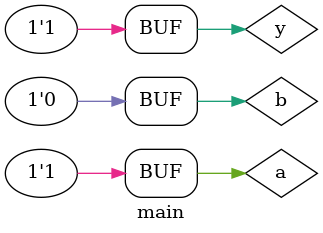
<source format=v>

/*
 * Copyright (c) 2000 Peter monta (pmonta@pacbell.net)
 *
 *    This source code is free software; you can redistribute it
 *    and/or modify it in source code form under the terms of the GNU
 *    General Public License as published by the Free Software
 *    Foundation; either version 2 of the License, or (at your option)
 *    any later version.
 *
 *    This program is distributed in the hope that it will be useful,
 *    but WITHOUT ANY WARRANTY; without even the implied warranty of
 *    MERCHANTABILITY or FITNESS FOR A PARTICULAR PURPOSE.  See the
 *    GNU General Public License for more details.
 *
 *    You should have received a copy of the GNU General Public License
 *    along with this program; if not, write to the Free Software
 *    Foundation, Inc., 59 Temple Place - Suite 330, Boston, MA 02111-1307, USA
 */
// Reworked slightly to be self checking.
module main;

  wire y;
  reg  a,b;
  reg  error;

  assign y = a && (b ? 0 : 1);

  initial
    begin
       error = 0;
       #1 ; // get passed the time 0 race problems ;-)
       b = 1;
       a = 1;
       #1 ;
       if(y !== 0)
         begin
           $display("FAILED");
           error = 1;
         end
       #1 ;
       b = 0;
       #1 ;
       if(y !== 1)
         begin
           $display("FAILED");
           error = 1;
         end
       if(error === 0)
         $display("PASSED");
    end

endmodule

</source>
